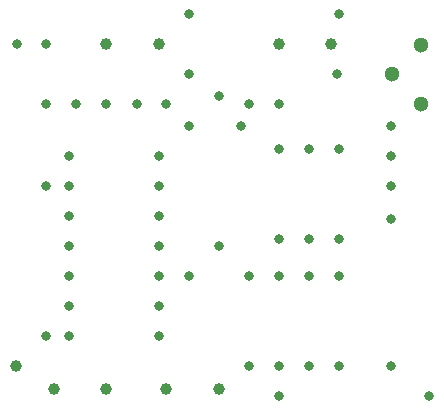
<source format=gbr>
%TF.GenerationSoftware,KiCad,Pcbnew,5.1.10*%
%TF.CreationDate,2021-12-06T21:23:59+01:00*%
%TF.ProjectId,Magnetbandanschluss,4d61676e-6574-4626-916e-64616e736368,rev?*%
%TF.SameCoordinates,Original*%
%TF.FileFunction,Plated,1,2,PTH,Drill*%
%TF.FilePolarity,Positive*%
%FSLAX46Y46*%
G04 Gerber Fmt 4.6, Leading zero omitted, Abs format (unit mm)*
G04 Created by KiCad (PCBNEW 5.1.10) date 2021-12-06 21:23:59*
%MOMM*%
%LPD*%
G01*
G04 APERTURE LIST*
%TA.AperFunction,ComponentDrill*%
%ADD10C,0.800000*%
%TD*%
%TA.AperFunction,ComponentDrill*%
%ADD11C,1.000000*%
%TD*%
%TA.AperFunction,ComponentDrill*%
%ADD12C,1.300000*%
%TD*%
G04 APERTURE END LIST*
D10*
%TO.C,C18*%
X98465000Y-125095000D03*
X100965000Y-125095000D03*
%TO.C,T1*%
X100965000Y-130175000D03*
%TO.C,R13*%
X100965000Y-137160000D03*
X100965000Y-149860000D03*
%TO.C,U16*%
X102870000Y-134620000D03*
X102870000Y-137160000D03*
X102870000Y-139700000D03*
X102870000Y-142240000D03*
X102870000Y-144780000D03*
X102870000Y-147320000D03*
X102870000Y-149860000D03*
%TO.C,T1*%
X103505000Y-130175000D03*
X106045000Y-130175000D03*
%TO.C,C13*%
X108625000Y-130175000D03*
%TO.C,U16*%
X110490000Y-134620000D03*
X110490000Y-137160000D03*
X110490000Y-139700000D03*
X110490000Y-142240000D03*
X110490000Y-144780000D03*
X110490000Y-147320000D03*
X110490000Y-149860000D03*
%TO.C,C13*%
X111125000Y-130175000D03*
%TO.C,R19*%
X113030000Y-122555000D03*
%TO.C,C14*%
X113030000Y-127635000D03*
%TO.C,R14*%
X113030000Y-132080000D03*
X113030000Y-144780000D03*
%TO.C,R18*%
X115570000Y-129540000D03*
X115570000Y-142240000D03*
%TO.C,R17*%
X117475000Y-132080000D03*
%TO.C,U17*%
X118110000Y-144780000D03*
X118110000Y-152400000D03*
%TO.C,C16*%
X118150000Y-130175000D03*
X120650000Y-130175000D03*
%TO.C,U18*%
X120650000Y-133985000D03*
X120650000Y-141605000D03*
%TO.C,U17*%
X120650000Y-144780000D03*
X120650000Y-152400000D03*
%TO.C,R15*%
X120650000Y-154940000D03*
%TO.C,U18*%
X123190000Y-133985000D03*
X123190000Y-141605000D03*
%TO.C,U17*%
X123190000Y-144780000D03*
X123190000Y-152400000D03*
%TO.C,C14*%
X125530000Y-127635000D03*
%TO.C,R19*%
X125730000Y-122555000D03*
%TO.C,U18*%
X125730000Y-133985000D03*
X125730000Y-141605000D03*
%TO.C,U17*%
X125730000Y-144780000D03*
X125730000Y-152400000D03*
%TO.C,R17*%
X130175000Y-132080000D03*
%TO.C,C17*%
X130175000Y-134620000D03*
X130175000Y-137120000D03*
%TO.C,C15*%
X130175000Y-139900000D03*
X130175000Y-152400000D03*
%TO.C,R15*%
X133350000Y-154940000D03*
D11*
%TO.C,TP4*%
X98425000Y-152400000D03*
%TO.C,X1*%
X101600000Y-154305000D03*
%TO.C,TP3*%
X106045000Y-125095000D03*
%TO.C,X2*%
X106045000Y-154305000D03*
%TO.C,X4*%
X110490000Y-125095000D03*
%TO.C,X3*%
X111125000Y-154305000D03*
%TO.C,X12*%
X115570000Y-154305000D03*
%TO.C,TP1*%
X120650000Y-125095000D03*
%TO.C,TP2*%
X125095000Y-125095000D03*
D12*
%TO.C,R16*%
X130215000Y-127675000D03*
X132715000Y-125175000D03*
X132715000Y-130175000D03*
M02*

</source>
